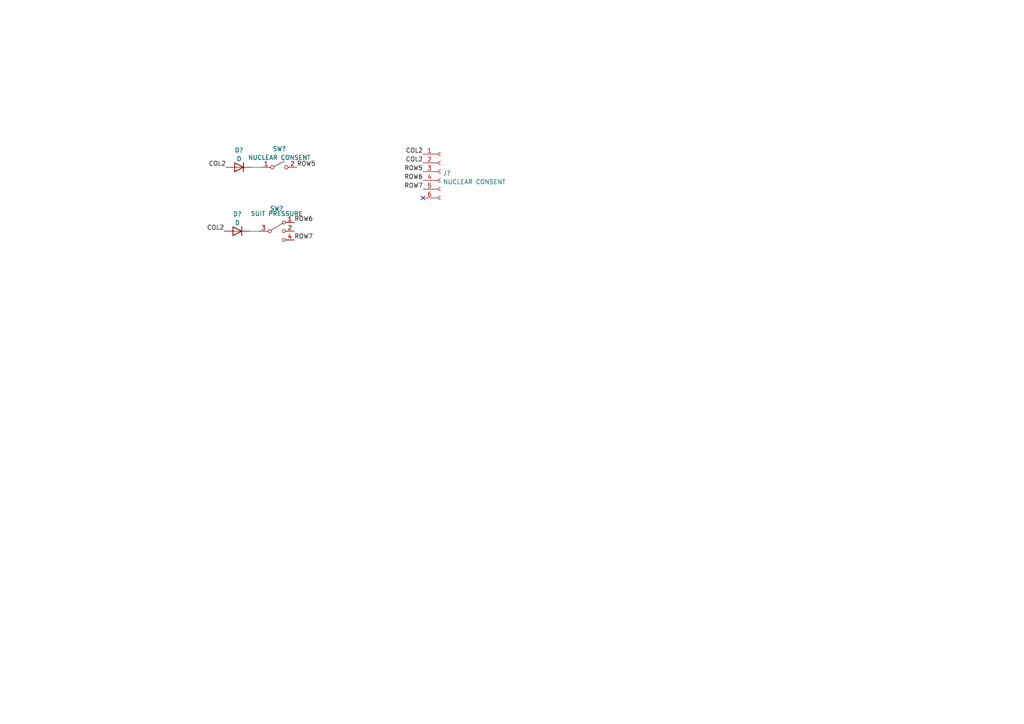
<source format=kicad_sch>
(kicad_sch (version 20211123) (generator eeschema)
  (paper "A4")
  (lib_symbols
    (symbol "Connector:Conn_01x06_Female" (pin_names (offset 1.016) hide)
      (property "Reference" "J" (at 0 7.62 0))
      (property "Value" "Conn_01x06_Female" (at 0 -10.16 0))
      (symbol "Conn_01x06_Female_1_1"
        (arc (start 0 -7.112) (mid -0.508 -7.62) (end 0 -8.128) (stroke (width 0.1524)))
        (arc (start 0 -4.572) (mid -0.508 -5.08) (end 0 -5.588) (stroke (width 0.1524)))
        (arc (start 0 -2.032) (mid -0.508 -2.54) (end 0 -3.048) (stroke (width 0.1524)))
        (polyline (pts (xy -1.27 -7.62) (xy -0.508 -7.62)) (stroke (width 0.1524)))
        (polyline (pts (xy -1.27 -5.08) (xy -0.508 -5.08)) (stroke (width 0.1524)))
        (polyline (pts (xy -1.27 -2.54) (xy -0.508 -2.54)) (stroke (width 0.1524)))
        (polyline (pts (xy -1.27 0) (xy -0.508 0)) (stroke (width 0.1524)))
        (polyline (pts (xy -1.27 2.54) (xy -0.508 2.54)) (stroke (width 0.1524)))
        (polyline (pts (xy -1.27 5.08) (xy -0.508 5.08)) (stroke (width 0.1524)))
        (arc (start 0 0.508) (mid -0.508 0) (end 0 -0.508) (stroke (width 0.1524)))
        (arc (start 0 3.048) (mid -0.508 2.54) (end 0 2.032) (stroke (width 0.1524)))
        (arc (start 0 5.588) (mid -0.508 5.08) (end 0 4.572) (stroke (width 0.1524)))
        (pin passive line (at -5.08 5.08 0) (length 3.81) (name "Pin_1") (number "1"))
        (pin passive line (at -5.08 2.54 0) (length 3.81) (name "Pin_2") (number "2"))
        (pin passive line (at -5.08 0 0) (length 3.81) (name "Pin_3") (number "3"))
        (pin passive line (at -5.08 -2.54 0) (length 3.81) (name "Pin_4") (number "4"))
        (pin passive line (at -5.08 -5.08 0) (length 3.81) (name "Pin_5") (number "5"))
        (pin passive line (at -5.08 -7.62 0) (length 3.81) (name "Pin_6") (number "6"))
      )
    )
    (symbol "Device:D" (pin_numbers hide) (pin_names (offset 1.016) hide)
      (property "Reference" "D" (at 0 2.54 0))
      (property "Value" "D" (at 0 -2.54 0))
      (symbol "D_0_1"
        (polyline (pts (xy -1.27 1.27) (xy -1.27 -1.27)) (stroke (width 0.254)))
        (polyline (pts (xy 1.27 0) (xy -1.27 0)))
        (polyline (pts (xy 1.27 1.27) (xy 1.27 -1.27) (xy -1.27 0) (xy 1.27 1.27)) (stroke (width 0.254)))
      )
      (symbol "D_1_1"
        (pin passive line (at -3.81 0 0) (length 2.54) (name "K") (number "1"))
        (pin passive line (at 3.81 0 180) (length 2.54) (name "A") (number "2"))
      )
    )
    (symbol "Switch:SW_SP3T" (pin_names (offset 0) hide)
      (property "Reference" "SW" (at 0 5.08 0))
      (property "Value" "SW_SP3T" (at 0 -5.08 0))
      (symbol "SW_SP3T_0_1"
        (circle (center -2.032 0) (radius 0.4572))
        (polyline (pts (xy -1.651 0.254) (xy 1.651 2.286)))
        (circle (center 2.032 -2.54) (radius 0.4572))
        (circle (center 2.032 0) (radius 0.4572))
        (circle (center 2.032 2.54) (radius 0.4572))
      )
      (symbol "SW_SP3T_1_1"
        (pin passive line (at 5.08 2.54 180) (length 2.54) (name "1") (number "1"))
        (pin passive line (at 5.08 0 180) (length 2.54) (name "2") (number "2"))
        (pin passive line (at -5.08 0 0) (length 2.54) (name "3") (number "3"))
        (pin passive line (at 5.08 -2.54 180) (length 2.54) (name "4") (number "4"))
      )
    )
    (symbol "Switch:SW_SPST" (pin_names (offset 0) hide)
      (property "Reference" "SW" (at 0 3.175 0))
      (property "Value" "SW_SPST" (at 0 -2.54 0))
      (symbol "SW_SPST_0_0"
        (circle (center -2.032 0) (radius 0.508))
        (polyline (pts (xy -1.524 0.254) (xy 1.524 1.778)))
        (circle (center 2.032 0) (radius 0.508))
      )
      (symbol "SW_SPST_1_1"
        (pin passive line (at -5.08 0 0) (length 2.54) (name "A") (number "1"))
        (pin passive line (at 5.08 0 180) (length 2.54) (name "B") (number "2"))
      )
    )
  )
  (no_connect (at 122.682 57.404))
  (wire (pts (xy 73.152 48.514) (xy 75.946 48.514)))
  (wire (pts (xy 72.644 67.056) (xy 75.184 67.056)))
  (label "ROW5" (at 86.106 48.514 0))
  (label "COL2" (at 65.532 48.514 180))
  (label "ROW6" (at 85.344 64.516 0))
  (label "ROW7" (at 122.682 54.864 180))
  (label "ROW7" (at 85.344 69.596 0))
  (label "COL2" (at 65.024 67.056 180))
  (label "ROW5" (at 122.682 49.784 180))
  (label "COL2" (at 122.682 47.244 180))
  (label "COL2" (at 122.682 44.704 180))
  (label "ROW6" (at 122.682 52.324 180))
  (symbol (lib_id "Switch:SW_SPST") (at 81.026 48.514 0) (unit 1)
    (property "Reference" "SW?" (at 81.026 43.1632 0))
    (property "Value" "NUCLEAR CONSENT" (at 81.026 45.7001 0))
  )
  (symbol (lib_id "Switch:SW_SP3T") (at 80.264 67.056 0) (unit 1)
    (property "Reference" "SW?" (at 80.264 60.486 0))
    (property "Value" "SUIT PRESSURE" (at 80.264 61.976 0))
  )
  (symbol (lib_id "Device:D") (at 69.342 48.514 180) (unit 1)
    (property "Reference" "D?" (at 69.342 43.5442 0))
    (property "Value" "D" (at 69.342 46.0811 0))
  )
  (symbol (lib_id "Device:D") (at 68.834 67.056 180) (unit 1)
    (property "Reference" "D?" (at 68.834 62.0862 0))
    (property "Value" "D" (at 68.834 64.6231 0))
  )
  (symbol (lib_id "Connector:Conn_01x06_Female") (at 127.762 49.784 0) (unit 1)
    (property "Reference" "J?" (at 128.4732 50.2193 0) (effects (justify left)))
    (property "Value" "NUCLEAR CONSENT" (at 128.4732 52.7562 0) (effects (justify left)))
  )
)
</source>
